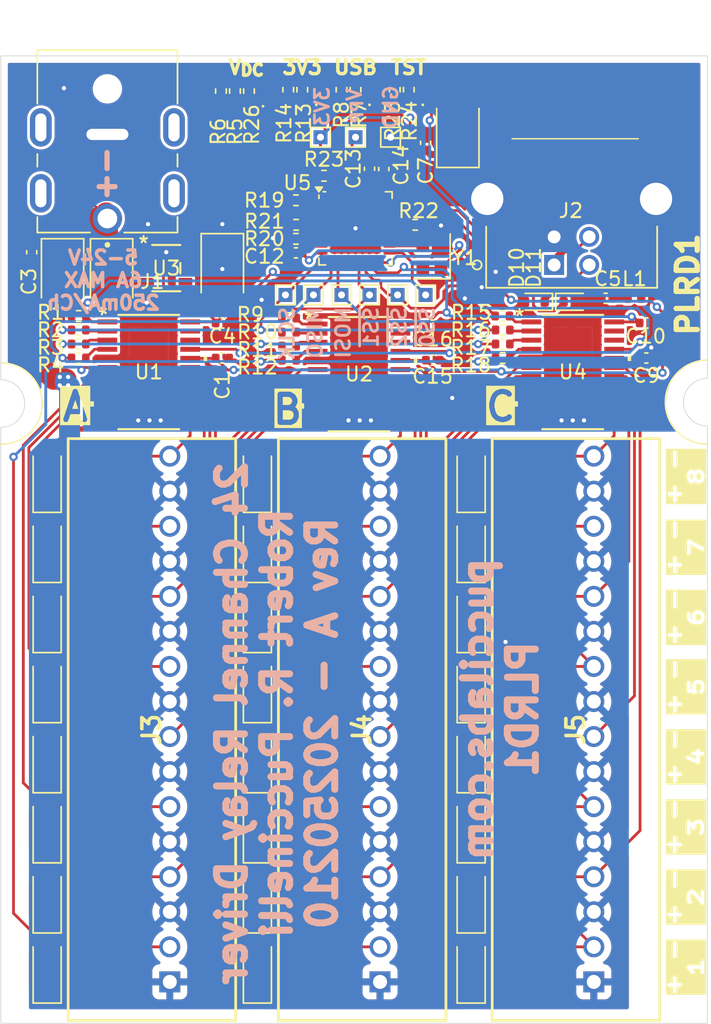
<source format=kicad_pcb>
(kicad_pcb (version 20240108) (generator "pcbnew") (generator_version "8.0")
  (title_block (title "PLRD1 - 24 Channel Relay Driver") (date "2025-02-14") (rev "A") (company "Robert R. Puccinelli"))
  (layers (0 "F.Cu" signal) (31 "B.Cu" signal) (34 "B.Paste" user) (35 "F.Paste" user) (36 "B.SilkS" user "B.Silkscreen") (37 "F.SilkS" user "F.Silkscreen") (38 "B.Mask" user) (39 "F.Mask" user) (44 "Edge.Cuts" user))
  (net 0 "")
  (net 1 "GND")
  (net 2 "VBUS")
  (net 3 "+3V3")
  (net 4 "+24V")
  (net 5 "/DP")
  (net 6 "Net-(D2-A)")
  (net 7 "Net-(D3-A)")
  (net 8 "Net-(D4-A)")
  (net 9 "Net-(D5-A)")
  (net 10 "Net-(D6-A)")
  (net 11 "Net-(D7-A)")
  (net 12 "Net-(D8-A)")
  (net 13 "Net-(D9-A)")
  (net 14 "Net-(D14-A)")
  (net 15 "Net-(D15-A)")
  (net 16 "Net-(D16-A)")
  (net 17 "Net-(D17-A)")
  (net 18 "Net-(D18-A)")
  (net 19 "Net-(D19-A)")
  (net 20 "Net-(D20-A)")
  (net 21 "Net-(D21-A)")
  (net 22 "Net-(D22-A)")
  (net 23 "Net-(D23-A)")
  (net 24 "Net-(D24-A)")
  (net 25 "Net-(D25-A)")
  (net 26 "/DM")
  (net 27 "Net-(D30-K)")
  (net 28 "Net-(D30-A)")
  (net 29 "/~{SS0}")
  (net 30 "Net-(U2-~{SCS})")
  (net 31 "/SCLK")
  (net 32 "Net-(U2-SCLK)")
  (net 33 "/MOSI")
  (net 34 "Net-(U2-SDI)")
  (net 35 "/MISO")
  (net 36 "Net-(U2-SDO)")
  (net 37 "Net-(U4-~{SCS})")
  (net 38 "Net-(U4-SCLK)")
  (net 39 "Net-(U4-SDI)")
  (net 40 "Net-(U4-SDO)")
  (net 41 "Net-(R24-Pad2)")
  (net 42 "/~{SS1}")
  (net 43 "/~{SS2}")
  (net 44 "/~{SLP}")
  (net 57 "Net-(J2-VBUS)")
  (net 58 "Net-(D1-K)")
  (net 59 "Net-(D12-K)")
  (net 60 "Net-(D13-K)")
  (net 61 "Net-(D26-A)")
  (net 62 "Net-(D27-A)")
  (net 63 "Net-(D28-A)")
  (net 64 "Net-(D29-A)")
  (net 65 "Net-(U1-~{SCS})")
  (net 66 "Net-(U1-SCLK)")
  (net 67 "Net-(U1-SDI)")
  (net 68 "Net-(U1-SDO)")
  (net 69 "Net-(R7-Pad2)")
  (net 70 "Net-(R13-Pad2)")
  (net 71 "Net-(U5-DEBUGGER)")
  (net 72 "Net-(U5-DCNF1)")
  (net 73 "Net-(U5-DCNF0)")
  (net 74 "Net-(U5-RREF)")
  (net 75 "Net-(U5-~{SS})")
  (net 76 "Net-(U5-VPP)")
  (net 88 "Net-(U5-XSCI)")
  (footprint "Resistor_SMD:R_0402_1005Metric" (layer "F.Cu") (at 131.9 63.01 -90)
    (property "Reference" "R6")
    (property "Value" "12K")
  )
  (footprint "Capacitor_SMD:C_0402_1005Metric" (layer "F.Cu") (at 132 82.05 180)
    (property "Reference" "C1")
    (property "Value" "100nF")
  )
  (footprint "Capacitor_SMD:C_0402_1005Metric" (layer "F.Cu") (at 162.25 79.55)
    (property "Reference" "C10")
    (property "Value" "100nF")
  )
  (footprint "Diode_SMD:D_SOD-123" (layer "F.Cu") (at 134.5 115.7 90)
    (property "Reference" "D16" (hide yes))
    (property "Value" "MBR0580" (hide yes))
  )
  (footprint "Capacitor_SMD:C_0402_1005Metric" (layer "F.Cu") (at 143.52 68.57 90)
    (property "Reference" "C14")
    (property "Value" "100nF")
  )
  (footprint "LED_SMD:LED_0402_1005Metric" (layer "F.Cu") (at 146.3 62.9 90)
    (property "Reference" "D30" (hide yes))
    (property "Value" "SML-P11UTT86R")
  )
  (footprint "Diode_SMD:D_SOD-123" (layer "F.Cu") (at 149.75 105.7 90)
    (property "Reference" "D26" (hide yes))
    (property "Value" "MBR0580" (hide yes))
  )
  (footprint "Resistor_SMD:R_0402_1005Metric" (layer "F.Cu") (at 132.9 63.01 -90)
    (property "Reference" "R5")
    (property "Value" "12K")
  )
  (footprint "TestPoint:TestPoint_THTPad_1.0x1.0mm_Drill0.5mm" (layer "F.Cu") (at 140.5 77.55 180)
    (property "Reference" "TP5" (hide yes))
    (property "Value" "TestPoint")
  )
  (footprint "Resistor_SMD:R_0402_1005Metric" (layer "F.Cu") (at 136.76 82.2)
    (property "Reference" "R12")
    (property "Value" "470R")
  )
  (footprint "Resistor_SMD:R_0402_1005Metric" (layer "F.Cu") (at 152 80.05)
    (property "Reference" "R16")
    (property "Value" "470R")
  )
  (footprint "Resistor_SMD:R_0402_1005Metric" (layer "F.Cu") (at 144.3 62.91 -90)
    (property "Reference" "R25")
    (property "Value" "470R")
  )
  (footprint "TestPoint:TestPoint_THTPad_1.0x1.0mm_Drill0.5mm" (layer "F.Cu") (at 144.5 77.55 -90)
    (property "Reference" "TP8" (hide yes))
    (property "Value" "TestPoint")
  )
  (footprint "Resistor_SMD:R_0402_1005Metric" (layer "F.Cu") (at 151.97 79.05)
    (property "Reference" "R15")
    (property "Value" "470R")
  )
  (footprint "Custom:1989887" (layer "F.Cu") (at 143.25 126.55 90)
    (property "Reference" "J4")
    (property "Value" "16p Spring Clamp" (hide yes))
  )
  (footprint "LED_SMD:LED_0402_1005Metric" (layer "F.Cu") (at 134.9 63 90)
    (property "Reference" "D1" (hide yes))
    (property "Value" "SML-P11UTT86R")
  )
  (footprint "Resistor_SMD:R_0402_1005Metric" (layer "F.Cu") (at 121.75 80.05)
    (property "Reference" "R2")
    (property "Value" "470R")
  )
  (footprint "Resistor_SMD:R_0402_1005Metric" (layer "F.Cu") (at 137.7 62.91 -90)
    (property "Reference" "R13")
    (property "Value" "470R")
  )
  (footprint "Diode_SMD:D_SOD-523" (layer "F.Cu") (at 157.04325 78.04)
    (property "Reference" "D11")
    (property "Value" "ESD321")
  )
  (footprint "Resistor_SMD:R_0402_1005Metric" (layer "F.Cu") (at 139.25 69.05)
    (property "Reference" "R23")
    (property "Value" "12K 1%")
  )
  (footprint "LED_SMD:LED_0402_1005Metric" (layer "F.Cu") (at 142.5 62.9 90)
    (property "Reference" "D12" (hide yes))
    (property "Value" "SML-P11UTT86R")
  )
  (footprint "Diode_SMD:D_SOD-123" (layer "F.Cu") (at 149.75 115.7 90)
    (property "Reference" "D24" (hide yes))
    (property "Value" "MBR0580")
  )
  (footprint "Capacitor_SMD:C_0402_1005Metric" (layer "F.Cu") (at 159.34325 77.79 180)
    (property "Reference" "C5")
    (property "Value" "100nF")
  )
  (footprint "Resistor_SMD:R_0402_1005Metric" (layer "F.Cu") (at 141.5 62.91 -90)
    (property "Reference" "R7")
    (property "Value" "470R")
  )
  (footprint "Custom:DBV5_TEX" (layer "F.Cu") (at 128 75.6375)
    (property "Reference" "U3")
    (property "Value" "TPS70912DBVR")
  )
  (footprint "TestPoint:TestPoint_THTPad_1.0x1.0mm_Drill0.5mm" (layer "F.Cu") (at 138.5 77.55 180)
    (property "Reference" "TP6" (hide yes))
    (property "Value" "TestPoint")
  )
  (footprint "Diode_SMD:D_SOD-123" (layer "F.Cu") (at 149.75 125.7 90)
    (property "Reference" "D22" (hide yes))
    (property "Value" "MBR0580")
  )
  (footprint "Capacitor_SMD:C_0402_1005Metric" (layer "F.Cu") (at 142.5 68.55 90)
    (property "Reference" "C13")
    (property "Value" "100nF")
  )
  (footprint "Diode_SMD:D_SOD-123" (layer "F.Cu") (at 149.75 90.7 90)
    (property "Reference" "D29" (hide yes))
    (property "Value" "MBR0580")
  )
  (footprint "Custom:1989887" (layer "F.Cu") (at 128.25 126.55 90)
    (property "Reference" "J3")
    (property "Value" "16p Spring Clamp" (hide yes))
  )
  (footprint "Custom:CUI_UJ2-BH-2-TH" (layer "F.Cu") (at 155.67 75.41 180)
    (property "Reference" "J2")
    (property "Value" "UJ2-BH-2-TH")
  )
  (footprint "Capacitor_Tantalum_SMD:CP_EIA-3528-21_Kemet-B" (layer "F.Cu") (at 120.6 76 -90)
    (property "Reference" "C2" (hide yes))
    (property "Value" "4.7uF")
  )
  (footprint "Diode_SMD:D_SOD-123" (layer "F.Cu") (at 134.5 90.7 90)
    (property "Reference" "D21" (hide yes))
    (property "Value" "MBR0580" (hide yes))
  )
  (footprint "Resistor_SMD:R_0402_1005Metric" (layer "F.Cu") (at 136.76 79.2)
    (property "Reference" "R9")
    (property "Value" "470R")
  )
  (footprint "Diode_SMD:D_SOD-123" (layer "F.Cu") (at 134.5 125.7 90)
    (property "Reference" "D14" (hide yes))
    (property "Value" "MBR0580")
  )
  (footprint "Capacitor_Tantalum_SMD:CP_EIA-3528-21_Kemet-B" (layer "F.Cu") (at 124.1 76 -90)
    (property "Reference" "C8" (hide yes))
    (property "Value" "4.7uF")
  )
  (footprint "Resistor_SMD:R_0402_1005Metric" (layer "F.Cu") (at 136.76 81.2)
    (property "Reference" "R11")
    (property "Value" "470R")
  )
  (footprint "Oscillator:Oscillator_SMD_SeikoEpson_SG210-4Pin_2.5x2.0mm" (layer "F.Cu") (at 146.95 74.8 90)
    (property "Reference" "Y1")
    (property "Value" "SG-210STF")
  )
  (footprint "Custom:VQFN-32-1EP_5x5mm_P0.5mm_EP3.1x3.1mm" (layer "F.Cu") (at 141.5 72.8)
    (property "Reference" "U5")
    (property "Value" "FT4222HQ")
  )
  (footprint "Resistor_SMD:R_0402_1005Metric" (layer "F.Cu") (at 152 82.05)
    (property "Reference" "R18")
    (property "Value" "470R")
  )
  (footprint "Inductor_SMD:L_0402_1005Metric" (layer "F.Cu") (at 161.4 77.8 180)
    (property "Reference" "L1")
    (property "Value" "600R/1A")
  )
  (footprint "Resistor_SMD:R_0402_1005Metric" (layer "F.Cu") (at 152 81.05)
    (property "Reference" "R17")
    (property "Value" "470R")
  )
  (footprint "Diode_SMD:D_SOD-123" (layer "F.Cu") (at 119.5 115.7 90)
    (property "Reference" "D4" (hide yes))
    (property "Value" "MBR0580")
  )
  (footprint "TestPoint:TestPoint_THTPad_1.0x1.0mm_Drill0.5mm" (layer "F.Cu") (at 146.5 77.55 180)
    (property "Reference" "TP9" (hide yes))
    (property "Value" "TestPoint")
  )
  (footprint "Diode_SMD:D_SOD-123" (layer "F.Cu") (at 119.5 105.7 90)
    (property "Reference" "D6" (hide yes))
    (property "Value" "MBR0580")
  )
  (footprint "Diode_SMD:D_SOD-123" (layer "F.Cu") (at 149.75 110.7 90)
    (property "Reference" "D25" (hide yes))
    (property "Value" "MBR0580")
  )
  (footprint "Custom:HTSSOP24_PWP-T_TEX" (layer "F.Cu") (at 126.75 83.05)
    (property "Reference" "U1")
    (property "Value" "DRV81008Q")
  )
  (footprint "Diode_SMD:D_SOD-123" (layer "F.Cu") (at 119.5 110.7 90)
    (property "Reference" "D5" (hide yes))
    (property "Value" "MBR0580")
  )
  (footprint "LED_SMD:LED_0402_1005Metric" (layer "F.Cu") (at 138.7 62.9 90)
    (property "Reference" "D13" (hide yes))
    (property "Value" "SML-P11UTT86R")
  )
  (footprint "TestPoint:TestPoint_THTPad_1.0x1.0mm_Drill0.5mm" (layer "F.Cu") (at 139 66.3)
    (property "Reference" "TP1" (hide yes))
    (property "Value" "TestPoint")
  )
  (footprint "TestPoint:TestPoint_THTPad_1.0x1.0mm_Drill0.5mm" (layer "F.Cu") (at 141.5 66.3)
    (property "Reference" "TP3" (hide yes))
    (property "Value" "TestPoint")
  )
  (footprint "Resistor_SMD:R_0402_1005Metric" (layer "F.Cu") (at 121.75 79.05)
    (property "Reference" "R1")
    (property "Value" "470R")
  )
  (footprint "Resistor_SMD:R_0402_1005Metric" (layer "F.Cu") (at 136.76 80.2)
    (property "Reference" "R10")
    (property "Value" "470R")
  )
  (footprint "Diode_SMD:D_SOD-123" (layer "F.Cu") (at 149.75 95.7 90)
    (property "Reference" "D28" (hide yes))
    (property "Value" "MBR0580")
  )
  (footprint "Capacitor_SMD:C_0402_1005Metric" (layer "F.Cu") (at 137.25 74.55 180)
    (property "Reference" "C12")
    (property "Value" "100nF")
  )
  (footprint "Diode_SMD:D_SOD-123" (layer "F.Cu") (at 119.5 125.7 90)
    (property "Reference" "D2" (hide yes))
    (property "Value" "MBR0580")
  )
  (footprint "Resistor_SMD:R_0402_1005Metric" (layer "F.Cu") (at 121.75 82.05)
    (property "Reference" "R4")
    (property "Value" "470R")
  )
  (footprint "Resistor_SMD:R_0402_1005Metric" (layer "F.Cu") (at 145.76 72.55 180)
    (property "Reference" "R22")
    (property "Value" "12K 1%")
  )
  (footprint "Resistor_SMD:R_0402_1005Metric" (layer "F.Cu") (at 145.3 62.91 -90)
    (property "Reference" "R24")
    (property "Value" "470R")
  )
  (footprint "Capacitor_SMD:C_0402_1005Metric" (layer "F.Cu") (at 147 82.2 180)
    (property "Reference" "C15")
    (property "Value" "100nF")
  )
  (footprint "Resistor_SMD:R_0402_1005Metric" (layer "F.Cu") (at 121.75 81.05)
    (property "Reference" "R3")
    (property "Value" "470R")
  )
  (footprint "Custom:1989887" (layer "F.Cu") (at 158.5 126.55 90)
    (property "Reference" "J5")
    (property "Value" "16p Spring Clamp" (hide yes))
  )
  (footprint "Diode_SMD:D_SOD-123" (layer "F.Cu") (at 119.5 90.7 90)
    (property "Reference" "D9" (hide yes))
    (property "Value" "MBR0580" (hide yes))
  )
  (footprint "Diode_SMD:D_SOD-523" (layer "F.Cu") (at 154.29325 78.04 180)
    (property "Reference" "D10")
    (property "Value" "ESD321")
  )
  (footprint "Custom:HTSSOP24_PWP-T_TEX" (layer "F.Cu") (at 141.75 83.2)
    (property "Reference" "U2")
    (property "Value" "DRV81008Q")
  )
  (footprint "Diode_SMD:D_SOD-123" (layer "F.Cu") (at 134.5 110.7 90)
    (property "Reference" "D17" (hide yes))
    (property "Value" "MBR0580")
  )
  (footprint "Diode_SMD:D_SOD-123" (layer "F.Cu") (at 134.5 95.7 90)
    (property "Reference" "D20" (hide yes))
    (property "Value" "MBR0580")
  )
  (footprint "Resistor_SMD:R_0402_1005Metric" (layer "F.Cu") (at 137.26 72.55 180)
    (property "Reference" "R21")
    (property "Value" "12K 1%")
  )
  (footprint "TestPoint:TestPoint_THTPad_1.0x1.0mm_Drill0.5mm" (layer "F.Cu") (at 142.5 77.55 90)
    (property "Reference" "TP7" (hide yes))
    (property "Value" "TestPoint")
  )
  (footprint "Capacitor_SMD:C_0402_1005Metric" (layer "F.Cu") (at 118.4 74.5 90)
    (property "Reference" "C3")
    (property "Value" "100nF")
  )
  (footprint "Capacitor_SMD:C_0402_1005Metric" (layer "F.Cu") (at 147 79.7)
    (property "Reference" "C16")
    (property "Value" "100nF")
  )
  (footprint "TestPoint:TestPoint_THTPad_1.0x1.0mm_Drill0.5mm" (layer "F.Cu") (at 136.5 77.55 180)
    (property "Reference" "TP4" (hide yes))
    (property "Value" "TestPoint")
  )
  (footprint "Capacitor_Tantalum_SMD:CP_EIA-3528-21_Kemet-B" (layer "F.Cu") (at 148.8 66 90)
    (property "Reference" "C6" (hide yes))
    (property "Value" "4.7uF")
  )
  (footprint "Resistor_SMD:R_0402_1005Metric" (layer "F.Cu") (at 136.7 62.91 -90)
    (property "Reference" "R14")
    (property "Value" "470R")
  )
  (footprint "Diode_SMD:D_SOD-123" (layer "F.Cu") (at 119.5 95.7 90)
    (property "Reference" "D8" (hide yes))
    (property "Value" "MBR0580" (hide yes))
  )
  (footprint "Resistor_SMD:R_0402_1005Metric" (layer "F.Cu") (at 137.25 70.8 180)
    (property "Reference" "R19")
    (property "Value" "12K 1%")
  )
  (footprint "Custom:HTSSOP24_PWP-T_TEX" (layer "F.Cu") (at 157 83.05)
    (property "Reference" "U4")
    (property "Value" "DRV81008Q")
  )
  (footprint "Diode_SMD:D_SOD-123" (layer "F.Cu") (at 134.5 100.7 90)
    (property "Reference" "D19" (hide yes))
    (property "Value" "MBR0580")
  )
  (footprint "Resistor_SMD:R_0402_1005Metric" (layer "F.Cu") (at 140.5 62.91 -90)
    (property "Reference" "R8")
    (property "Value" "470R")
  )
  (footprint "Capacitor_Tantalum_SMD:CP_EIA-3528-21_Kemet-B" (layer "F.Cu") (at 132 75.6375 -90)
    (property "Reference" "C11" (hide yes))
    (property "Value" "4.7uF")
  )
  (footprint "Diode_SMD:D_SOD-123" (layer "F.Cu") (at 149.75 120.7 90)
    (property "Reference" "D23" (hide yes))
    (property "Value" "MBR0580")
  )
  (footprint "Diode_SMD:D_SOD-123" (layer "F.Cu") (at 134.5 105.7 90)
    (property "Reference" "D18" (hide yes))
    (property "Value" "MBR0580")
  )
  (footprint "TestPoint:TestPoint_THTPad_1.0x1.0mm_Drill0.5mm" (layer "F.Cu") (at 144 66.3 90)
    (property "Reference" "TP2" (hide yes))
    (property "Value" "TestPoint")
  )
  (footprint "Diode_SMD:D_SOD-123" (layer "F.Cu") (at 149.75 100.7 90)
    (property "Reference" "D27" (hide yes))
    (property "Value" "MBR0580")
  )
  (footprint "Capacitor_SMD:C_0402_1005Metric" (layer "F.Cu") (at 162.25 82.05 180)
    (property "Reference" "C9")
    (property "Value" "100nF")
  )
  (footprint "Diode_SMD:D_SOD-123" (layer "F.Cu") (at 119.5 120.7 90)
    (property "Reference" "D3" (hide yes))
    (property "Value" "MBR0580" (hide yes))
  )
  (footprint "Resistor_SMD:R_0402_1005Metric" (layer "F.Cu") (at 133.9 63.01 -90)
    (property "Reference" "R26")
    (property "Value" "12K")
  )
  (footprint "Capacitor_SMD:C_0402_1005Metric" (layer "F.Cu") (at 132 79.55)
    (property "Reference" "C4")
    (property "Value" "100nF")
  )
  (footprint "Resistor_SMD:R_0402_1005Metric" (layer "F.Cu") (at 137.25 73.55 180)
    (property "Reference" "R20")
    (property "Value" "12K 1%")
  )
  (footprint "Custom:CUI_PJ-082BH" (layer "F.Cu") (at 123.8 62.85 180)
    (property "Reference" "J1")
    (property "Value" "PJ-082BH")
  )
  (footprint "Diode_SMD:D_SOD-123" (layer "F.Cu") (at 119.5 100.7 90)
    (property "Reference" "D7" (hide yes))
    (property "Value" "MBR0580")
  )
  (footprint "Capacitor_SMD:C_0402_1005Metric" (layer "F.Cu") (at 146.5 66.7 90)
    (property "Reference" "C7")
    (property "Value" "100nF")
  )
  (footprint "Diode_SMD:D_SOD-123" (layer "F.Cu") (at 134.5 120.7 90)
    (property "Reference" "D15" (hide yes))
    (property "Value" "MBR0580" (hide yes))
  )
  (gr_arc (start 116.2 82.4) (mid 119.150424 85.30652) (end 116.186962 88.199746) (stroke (width 0.1)) (layer "F.SilkS"))
  (gr_arc (start 166.6 88.2) (mid 163.6 85.2) (end 166.6 82.2) (stroke (width 0.1)) (layer "F.SilkS"))
  (gr_line (start 166.6 129.5) (end 166.6 86.9) (stroke (width 0.05)) (layer "Edge.Cuts"))
  (gr_line (start 116.2 129.5) (end 166.6 129.5) (stroke (width 0.05)) (layer "Edge.Cuts"))
  (gr_line (start 166.6 60.5) (end 116.2 60.5) (stroke (width 0.05)) (layer "Edge.Cuts"))
  (gr_arc (start 166.6 86.9) (mid 164.9 85.2) (end 166.6 83.5) (stroke (width 0.05)) (layer "Edge.Cuts"))
  (gr_line (start 166.6 83.5) (end 166.6 60.5) (stroke (width 0.05)) (layer "Edge.Cuts"))
  (gr_line (start 116.2 87) (end 116.2 129.5) (stroke (width 0.05)) (layer "Edge.Cuts"))
  (gr_arc (start 116.2 83.6) (mid 117.9 85.3) (end 116.2 87) (stroke (width 0.05)) (layer "Edge.Cuts"))
  (gr_line (start 116.2 60.5) (end 116.2 83.6) (stroke (width 0.05)) (layer "Edge.Cuts"))
  (gr_text "+-" (at 123 71 270) (layer "B.SilkS") (effects (font (size 1.5 1.5) (thickness 0.375) (bold yes)) (justify left bottom mirror)))
  (gr_text "puccilabs.com\nPLRD1" (at 154.6 107.1 90) (layer "B.SilkS") (effects (font (size 2 2) (thickness 0.5) (bold yes)) (justify bottom mirror)))
  (gr_text "~{SS2}" (at 145.2 78.3 90) (layer "B.SilkS") (effects (font (size 1 1) (thickness 0.2) (bold yes)) (justify left bottom mirror)))
  (gr_text "~{SS1}" (at 143.2 78.3 90) (layer "B.SilkS") (effects (font (size 1 1) (thickness 0.2) (bold yes)) (justify left bottom mirror)))
  (gr_text "5-24V\n6A MAX\n250mA/Ch\n" (at 123.5 78.7 0) (layer "B.SilkS") (effects (font (size 1 1) (thickness 0.25) (bold yes)) (justify bottom mirror)))
  (gr_text "24 Channel Relay Driver\nRobert R. Puccinelli\nRev A - 20250210" (at 135.9 108.1 90) (layer "B.SilkS") (effects (font (size 2 2) (thickness 0.5) (bold yes)) (justify mirror)))
  (gr_text "~{SS0}" (at 147.2 78.3 90) (layer "B.SilkS") (effects (font (size 1 1) (thickness 0.2) (bold yes)) (justify left bottom mirror)))
  (gr_text "MISO" (at 139.2 78.3 90) (layer "B.SilkS") (effects (font (size 1 1) (thickness 0.2) (bold yes)) (justify left bottom mirror)))
  (gr_text "GND" (at 144.6 62.5 90) (layer "B.SilkS") (effects (font (size 1 1) (thickness 0.2) (bold yes)) (justify left bottom mirror)))
  (gr_text "3V3" (at 139.7 62.6 90) (layer "B.SilkS") (effects (font (size 1 1) (thickness 0.2) (bold yes)) (justify left bottom mirror)))
  (gr_text "SCLK" (at 137.2 78.3 90) (layer "B.SilkS") (effects (font (size 1 1) (thickness 0.2) (bold yes)) (justify left bottom mirror)))
  (gr_text "V_{PP}" (at 142 62.7 90) (layer "B.SilkS") (effects (font (size 1 1) (thickness 0.2) (bold yes)) (justify left bottom mirror)))
  (gr_text "MOSI" (at 141.2 78.3 90) (layer "B.SilkS") (effects (font (size 1 1) (thickness 0.2) (bold yes)) (justify left bottom mirror)))
  (gr_text "A" (at 120.4 86.7 0) (layer "F.SilkS" knockout) (effects (font (size 2 2) (thickness 0.375) (bold yes)) (justify left bottom)))
  (gr_text "V_{DC}" (at 133.7 61.9 0) (layer "F.SilkS") (effects (font (size 1 1) (thickness 0.25) (bold yes)) (justify bottom)))
  (gr_text "C" (at 150.6 86.7 0) (layer "F.SilkS" knockout) (effects (font (size 2 2) (thickness 0.375) (bold yes)) (justify left bottom)))
  (gr_text "PLRD1" (at 165.2 76.8 90) (layer "F.SilkS") (effects (font (size 1.5 1.5) (thickness 0.375) (bold yes))))
  (gr_text "+ -\n8" (at 166.4 90.5 90) (layer "F.SilkS" knockout) (effects (font (size 1 1.25) (thickness 0.25) (bold yes)) (justify bottom)))
  (gr_text "B" (at 135.4 86.9 0) (layer "F.SilkS" knockout) (effects (font (size 2 2) (thickness 0.375) (bold yes)) (justify left bottom)))
  (gr_text "+ -\n3" (at 166.4 115.5 90) (layer "F.SilkS" knockout) (effects (font (size 1 1.25) (thickness 0.375) (bold yes)) (justify bottom)))
  (gr_text "+ -\n6" (at 166.4 100.55 90) (layer "F.SilkS" knockout) (effects (font (size 1 1.25) (thickness 0.25) (bold yes)) (justify bottom)))
  (gr_text "+ -\n4" (at 166.4 110.5 90) (layer "F.SilkS" knockout) (effects (font (size 1 1.25) (thickness 0.25) (bold yes)) (justify bottom)))
  (gr_text "USB" (at 141.5 61.9 0) (layer "F.SilkS") (effects (font (size 1 1) (thickness 0.25) (bold yes)) (justify bottom)))
  (gr_text "+ -\n1" (at 166.4 125.5 90) (layer "F.SilkS" knockout) (effects (font (size 1 1.25) (thickness 0.375) (bold yes)) (justify bottom)))
  (gr_text "+ -\n2" (at 166.4 120.5 90) (layer "F.SilkS" knockout) (effects (font (size 1 1.25) (thickness 0.375) (bold yes)) (justify bottom)))
  (gr_text "+ -\n5" (at 166.4 105.5 90) (layer "F.SilkS" knockout) (effects (font (size 1 1.25) (thickness 0.25) (bold yes)) (justify bottom)))
  (gr_text "TST" (at 145.3 61.9 0) (layer "F.SilkS") (effects (font (size 1 1) (thickness 0.25) (bold yes)) (justify bottom)))
  (gr_text "3V3" (at 137.7 61.9 0) (layer "F.SilkS") (effects (font (size 1 1) (thickness 0.25) (bold yes)) (justify bottom)))
  (gr_text "+ -\n7" (at 166.4 95.55 90) (layer "F.SilkS" knockout) (effects (font (size 1 1.25) (thickness 0.25) (bold yes)) (justify bottom)))
  (segment (start 132.48 79.55) (end 133.15 79.55) (width 0.2) (layer "F.Cu") (net 1))
  (segment (start 133.833827 80.233827) (end 133.15 79.55) (width 0.2) (layer "F.Cu") (net 1))
  (segment (start 138.79725 82.224983) (end 140.774983 82.224983) (width 0.2) (layer "F.Cu") (net 1))
  (segment (start 125.774983 84.025017) (end 126.75 83.05) (width 0.2) (layer "F.Cu") (net 1))
  (segment (start 127.725017 84.025017) (end 126.75 83.05) (width 0.2) (layer "F.Cu") (net 1))
  (segment (start 142.725017 84.175017) (end 141.75 83.2) (width 0.2) (layer "F.Cu") (net 1))
  (segment (start 132.48 82.05) (end 132.73 82.3) (width 0.2) (layer "F.Cu") (net 1))
  (segment (start 154.04725 82.074983) (end 156.024983 82.074983) (width 0.2) (layer "F.Cu") (net 1))
  (segment (start 147.48 82.2) (end 147.58 82.3) (width 0.2) (layer "F.Cu") (net 1))
  (segment (start 132.73 82.3) (end 133.6 82.3) (width 0.2) (layer "F.Cu") (net 1))
  (segment (start 131.7 63.72) (end 131.7 63.7) (width 0.2) (layer "F.Cu") (net 1))
  (segment (start 133.15 79.55) (end 134.8 77.9) (width 0.2) (layer "F.Cu") (net 1))
  (segment (start 129.70275 84.025017) (end 127.725017 84.025017) (width 0.2) (layer "F.Cu") (net 1))
  (segment (start 140.774983 84.175017) (end 141.75 83.2) (width 0.2) (layer "F.Cu") (net 1))
  (segment (start 159.95275 84.025017) (end 157.975017 84.025017) (width 0.2) (layer "F.Cu") (net 1))
  (segment (start 138.79725 84.175017) (end 140.774983 84.175017) (width 0.2) (layer "F.Cu") (net 1))
  (segment (start 123.79725 84.025017) (end 125.774983 84.025017) (width 0.2) (layer "F.Cu") (net 1))
  (segment (start 133.6 82.3) (end 133.833827 82.066173) (width 0.2) (layer "F.Cu") (net 1))
  (segment (start 154.04725 84.025017) (end 156.024983 84.025017) (width 0.2) (layer "F.Cu") (net 1))
  (segment (start 156.024983 84.025017) (end 157 83.05) (width 0.2) (layer "F.Cu") (net 1))
  (segment (start 147.58 82.3) (end 148.8 82.3) (width 0.2) (layer "F.Cu") (net 1))
  (segment (start 133.833827 82.066173) (end 133.833827 80.233827) (width 0.2) (layer "F.Cu") (net 1))
  (segment (start 144.70275 84.175017) (end 142.725017 84.175017) (width 0.2) (layer "F.Cu") (net 1))
  (segment (start 132.7 63.685) (end 132.685 63.685) (width 0.2) (layer "F.Cu") (net 1))
  (segment (start 156.024983 82.074983) (end 157 83.05) (width 0.2) (layer "F.Cu") (net 1))
  (segment (start 157.975017 84.025017) (end 157 83.05) (width 0.2) (layer "F.Cu") (net 1))
  (segment (start 125.774983 82.074983) (end 126.75 83.05) (width 0.2) (layer "F.Cu") (net 1))
  (segment (start 123.79725 82.074983) (end 125.774983 82.074983) (width 0.2) (layer "F.Cu") (net 1))
  (segment (start 140.774983 82.224983) (end 141.75 83.2) (width 0.2) (layer "F.Cu") (net 1))
  (via (at 134.8 77.9) (size 0.6) (drill 0.3) (layers "F.Cu" "B.Cu") (net 1))
  (via (at 132 72.5) (size 0.6) (drill 0.3) (layers "F.Cu" "B.Cu") (net 1))
  (via (at 148.4 84.9) (size 0.6) (drill 0.3) (layers "F.Cu" "B.Cu") (net 1))
  (via (at 142.6 86.5) (size 0.6) (drill 0.3) (layers "F.Cu" "B.Cu") (net 1))
  (via (at 157.8 86.5) (size 0.6) (drill 0.3) (layers "F.Cu" "B.Cu") (net 1))
  (via (at 128 74.5) (size 0.6) (drill 0.3) (layers "F.Cu" "B.Cu") (net 1))
  (via (at 151.5 75.9) (size 0.6) (drill 0.3) (layers "F.Cu" "B.Cu") (net 1))
  (via (at 141.5 72.8) (size 0.6) (drill 0.3) (layers "F.Cu" "B.Cu") (net 1))
  (via (at 157 86.5) (size 0.6) (drill 0.3) (layers "F.Cu" "B.Cu") (net 1))
  (via (at 120.7 62.8) (size 0.6) (drill 0.3) (layers "F.Cu" "B.Cu") (net 1))
  (via (at 126.8 86.5) (size 0.6) (drill 0.3) (layers "F.Cu" "B.Cu") (net 1))
  (via (at 126.7 72.5) (size 0.6) (drill 0.3) (layers "F.Cu" "B.Cu") (net 1))
  (via (at 147.6 72.6) (size 0.6) (drill 0.3) (layers "F.Cu" "B.Cu") (net 1))
  (via (at 156.2 86.5) (size 0.6) (drill 0.3) (layers "F.Cu" "B.Cu") (net 1))
  (via (at 135.6 73.5) (size 0.6) (drill 0.3) (layers "F.Cu" "B.Cu") (net 1))
  (via (at 127.6 86.5) (size 0.6) (drill 0.3) (layers "F.Cu" "B.Cu") (net 1))
  (via (at 126.6 78.1) (size 0.6) (drill 0.3) (layers "F.Cu" "B.Cu") (net 1))
  (via (at 132 75.7) (size 0.6) (drill 0.3) (layers "F.Cu" "B.Cu") (net 1))
  (via (at 150.5 77) (size 0.6) (drill 0.3) (layers "F.Cu" "B.Cu") (net 1))
  (via (at 141.8 86.5) (size 0.6) (drill 0.3) (layers "F.Cu" "B.Cu") (net 1))
  (via (at 149.3 77.8) (size 0.6) (drill 0.3) (layers "F.Cu" "B.Cu") (net 1))
  (via (at 141 86.5) (size 0.6) (drill 0.3) (layers "F.Cu" "B.Cu") (net 1))
  (via (at 126 86.5) (size 0.6) (drill 0.3) (layers "F.Cu" "B.Cu") (net 1))
  (via (at 162.6 81.3) (size 0.6) (drill 0.3) (layers "F.Cu" "B.Cu") (net 1))
  (segment (start 146.143866 64.795337) (end 146.143866 65.64) (width 0.2) (layer "F.Cu") (net 2))
  (segment (start 146.143866 65.64) (end 145.89 65.893866) (width 0.2) (layer "F.Cu") (net 2))
  (segment (start 145.89 65.893866) (end 145.89 66.57) (width 0.2) (layer "F.Cu") (net 2))
  (segment (start 140.7 70.3125) (end 140.7 65.5) (width 0.2) (layer "F.Cu") (net 2))
  (segment (start 140.7 65.5) (end 141.9 64.3) (width 0.2) (layer "F.Cu") (net 2))
  (segment (start 161.885 77.8) (end 161.885 73.5743) (width 0.5) (layer "F.Cu") (net 2))
  (segment (start 155.8482 67.5375) (end 148.8 67.5375) (width 0.5) (layer "F.Cu") (net 2))
  (segment (start 141.9 64.3) (end 143.7 64.3) (width 0.2) (layer "F.Cu") (net 2))
  (segment (start 145.648529 64.3) (end 146.143866 64.795337) (width 0.2) (layer "F.Cu") (net 2))
  (segment (start 148.8 67.5375) (end 146.8575 67.5375) (width 0.5) (layer "F.Cu") (net 2))
  (segment (start 146.8575 67.5375) (end 146.5 67.18) (width 0.5) (layer "F.Cu") (net 2))
  (segment (start 143.7 64.3) (end 145.648529 64.3) (width 0.2) (layer "F.Cu") (net 2))
  (segment (start 145.89 66.57) (end 146.5 67.18) (width 0.2) (layer "F.Cu") (net 2))
  (segment (start 143.12 64.22) (end 143.2 64.3) (width 0.2) (layer "F.Cu") (net 2))
  (segment (start 142.5 62.415) (end 143.12 63.035) (width 0.2) (layer "F.Cu") (net 2))
  (segment (start 143.2 64.3) (end 143.7 64.3) (width 0.2) (layer "F.Cu") (net 2))
  (segment (start 161.885 73.5743) (end 155.8482 67.5375) (width 0.5) (layer "F.Cu") (net 2))
  (segment (start 140.75 70.3625) (end 140.7 70.3125) (width 0.2) (layer "F.Cu") (net 2))
  (segment (start 143.12 63.035) (end 143.12 64.22) (width 0.2) (layer "F.Cu") (net 2))
  (segment (start 139.32 63.035) (end 139.32 65.98) (width 0.2) (layer "F.Cu") (net 3))
  (segment (start 132.37 82.9) (end 131.52 82.05) (width 0.2) (layer "F.Cu") (net 3))
  (segment (start 133.06 75.16) (end 132 74.1) (width 0.2) (layer "F.Cu") (net 3))
  (segment (start 161.745017 82.074983) (end 161.77 82.05) (width 0.2) (layer "F.Cu") (net 3))
  (segment (start 142.5 69.03) (end 142.75 69.28) (width 0.2) (layer "F.Cu") (net 3))
  (segment (start 151.902858 83.002858) (end 147.322858 83.002858) (width 0.2) (layer "F.Cu") (net 3))
  (segment (start 163.4 83.1) (end 162.82 83.1) (width 0.2) (layer "F.Cu") (net 3))
  (segment (start 147.6 75.65) (end 146.3 75.65) (width 0.2) (layer "F.Cu") (net 3))
  (segment (start 137.73 74.55) (end 137.12 75.16) (width 0.2) (layer "F.Cu") (net 3))
  (segment (start 139.32 65.98) (end 139 66.3) (width 0.2) (layer "F.Cu") (net 3))
  (segment (start 162.82 83.1) (end 161.77 82.05) (width 0.2) (layer "F.Cu") (net 3))
  (segment (start 132 74.1) (end 133.44 74.1) (width 0.2) (layer "F.Cu") (net 3))
  (segment (start 129.36525 74.687499) (end 129.952749 74.1) (width 0.5) (layer "F.Cu") (net 3))
  (segment (start 129.70275 82.074983) (end 131.495017 82.074983) (width 0.2) (layer "F.Cu") (net 3))
  (segment (start 143.25 69.55) (end 143.25 70.3625) (width 0.2) (layer "F.Cu") (net 3))
  (segment (start 138.7 62.415) (end 139.32 63.035) (width 0.2) (layer "F.Cu") (net 3))
  (segment (start 142.5 69.03) (end 143.5 69.03) (width 0.2) (layer "F.Cu") (net 3))
  (segment (start 138.74 68.84) (end 139 68.58) (width 0.2) (layer "F.Cu") (net 3))
  (segment (start 145.4 67.535) (end 145.4 64.9) (width 0.2) (layer "F.Cu") (net 3))
  (segment (start 132.8 82.9) (end 132.37 82.9) (width 0.2) (layer "F.Cu") (net 3))
  (segment (start 133.44 74.1) (end 136.74 70.8) (width 0.2) (layer "F.Cu") (net 3))
  (segment (start 138.49 69.05) (end 138.74 69.05) (width 0.2) (layer "F.Cu") (net 3))
  (segment (start 143.52 69.05) (end 143.885 69.05) (width 0.2) (layer "F.Cu") (net 3))
  (segment (start 146.495017 82.224983) (end 146.52 82.2) (width 0.2) (layer "F.Cu") (net 3))
  (segment (start 148.9 74) (end 148.9 74.2) (width 0.2) (layer "F.Cu") (net 3))
  (segment (start 143.5 69.03) (end 143.52 69.05) (width 0.2) (layer "F.Cu") (net 3))
  (segment (start 139 68.58) (end 139 66.3) (width 0.2) (layer "F.Cu") (net 3))
  (segment (start 137.73 74.63) (end 137.73 74.55) (width 0.2) (layer "F.Cu") (net 3))
  (segment (start 142.75 69.28) (end 142.75 70.3625) (width 0.2) (layer "F.Cu") (net 3))
  (segment (start 163.4 78.8) (end 163.4 83.1) (width 0.2) (layer "F.Cu") (net 3))
  (segment (start 131.495017 82.074983) (end 131.52 82.05) (width 0.2) (layer "F.Cu") (net 3))
  (segment (start 143.52 69.28) (end 143.25 69.55) (width 0.2) (layer "F.Cu") (net 3))
  (segment (start 137.73 74.55) (end 138.23 74.05) (width 0.2) (layer "F.Cu") (net 3))
  (segment (start 143.52 69.05) (end 143.52 69.28) (width 0.2) (layer "F.Cu") (net 3))
  (segment (start 138.74 69.05) (end 138.74 68.84) (width 0.2) (layer "F.Cu") (net 3))
  (segment (start 136.75 70.81) (end 136.74 70.8) (width 0.2) (layer "F.Cu") (net 3))
  (segment (start 138.175735 75.075735) (end 137.73 74.63) (width 0.2) (layer "F.Cu") (net 3))
  (segment (start 148.9 74.35) (end 147.6 75.65) (width 0.2) (layer "F.Cu") (net 3))
  (segment (start 137.12 75.16) (end 133.06 75.16) (width 0.2) (layer "F.Cu") (net 3))
  (segment (start 159.95275 82.074983) (end 161.745017 82.074983) (width 0.2) (layer "F.Cu") (net 3))
  (segment (start 136.74 70.8) (end 138.49 69.05) (width 0.2) (layer "F.Cu") (net 3))
  (segment (start 163 78.4) (end 163.4 78.8) (width 0.2) (layer "F.Cu") (net 3))
  (segment (start 129.952749 74.1) (end 132 74.1) (width 0.5) (layer "F.Cu") (net 3))
  (segment (start 136.75 72.55) (end 136.75 70.81) (width 0.2) (layer "F.Cu") (net 3))
  (segment (start 138.23 74.05) (end 139.0625 74.05) (width 0.2) (layer "F.Cu") (net 3))
  (segment (start 143.885 69.05) (end 145.4 67.535) (width 0.2) (layer "F.Cu") (net 3))
  (segment (start 147.322858 83.002858) (end 146.52 82.2) (width 0.2) (layer "F.Cu") (net 3))
  (segment (start 144.70275 82.224983) (end 146.495017 82.224983) (width 0.2) (layer "F.Cu") (net 3))
  (segment (start 148.9 74) (end 148.9 74.35) (width 0.2) (layer "F.Cu") (net 3))
  (segment (start 148.9 74.2) (end 152.6 77.9) (width 0.2) (layer "F.Cu") (net 3))
  (via (at 152.6 77.9) (size 0.6) (drill 0.3) (layers "F.Cu" "B.Cu") (net 3))
  (via (at 132.8 82.9) (size 0.6) (drill 0.3) (layers "F.Cu" "B.Cu") (net 3))
  (via (at 145.4 64.9) (size 0.6) (drill 0.3) (layers "F.Cu" "B.Cu") (net 3))
  (via (at 163 78.4) (size 0.6) (drill 0.3) (layers "F.Cu" "B.Cu") (net 3))
  (via (at 163.4 83.1) (size 0.6) (drill 0.3) (layers "F.Cu" "B.Cu") (net 3))
  (via (at 151.902858 83.002858) (size 0.6) (drill 0.3) (layers "F.Cu" "B.Cu") (net 3))
  (via (at 138.175735 75.075735) (size 0.6) (drill 0.3) (layers "F.Cu" "B.Cu") (net 3))
  (via (at 148.9 74) (size 0.6) (drill 0.3) (layers "F.Cu" "B.Cu") (net 3))
  (segment (start 140.4 64.9) (end 139 66.3) (width 0.2) (layer "B.Cu") (net 3))
  (segment (start 151.8 82.9) (end 151.902858 83.002858) (width 0.2) (layer "B.Cu") (net 3))
  (segment (start 145.4 64.9) (end 140.4 64.9) (width 0.2) (layer "B.Cu") (net 3))
  (segment (start 152 83.1) (end 163.4 83.1) (width 0.2) (layer "B.Cu") (net 3))
  (segment (start 148.5 74.4) (end 138.85147 74.4) (width 0.2) (layer "B.Cu") (net 3))
  (segment (start 151.902858 83.002858) (end 152 83.1) (width 0.2) (layer "B.Cu") (net 3))
  (segment (start 152.7 78) (end 152.6 77.9) (width 0.2) (layer "B.Cu") (net 3))
  (segment (start 162.6 78) (end 152.7 78) (width 0.2) (layer "B.Cu") (net 3))
  (segment (start 138.85147 74.4) (end 138.175735 75.075735) (width 0.2) (layer "B.Cu") (net 3))
  (segment (start 132.8 82.9) (end 151.8 82.9) (width 0.2) (layer "B.Cu") (net 3))
  (segment (start 163 78.4) (end 162.6 78) (width 0.2) (layer "B.Cu") (net 3))
  (segment (start 148.9 74) (end 148.5 74.4) (width 0.2) (layer "B.Cu") (net 3))
  (segment (start 127.6 61.7) (end 124.9 64.4) (width 0.2) (layer "F.Cu") (net 4))
  (segment (start 127.027699 74.687499) (end 126.63475 74.687499) (width 0.2) (layer "F.Cu") (net 4))
  (segment (start 132.956366 78.1375) (end 133.3625 78.1375) (width 0.2) (layer "F.Cu") (net 4))
  (segment (start 144.70275 79.624937) (end 146.444937 79.624937) (width 0.2) (layer "F.Cu") (net 4))
  (segment (start 131.52 79.55) (end 131.52 79.42) (width 0.2) (layer "F.Cu") (net 4))
  (segment (start 161.694937 79.474937) (end 161.77 79.55) (width 0.2) (layer "F.Cu") (net 4))
  (segment (start 118.4 74.98) (end 118.4 76.5125) (width 0.5) (layer "F.Cu") (net 4))
  (segment (start 147.42 78.8) (end 146.52 79.7) (width 0.2) (layer "F.Cu") (net 4))
  (segment (start 131.444937 79.474937) (end 131.52 79.55) (width 0.2) (layer "F.Cu") (net 4))
  (segment (start 123.8 72.1) (end 123.8 74.1625) (width 1.5) (layer "F.Cu") (net 4))
  (segment (start 161.2 79.1) (end 161.32 79.1) (width 0.2) (layer "F.Cu") (net 4))
  (segment (start 127.8 75.4598) (end 127.027699 74.687499) (width 0.2) (layer "F.Cu") (net 4))
  (segment (start 121.3 65.2) (end 121.3 69.6) (width 0.2) (layer "F.Cu") (net 4))
  (segment (start 131.543866 79.55) (end 132.956366 78.1375) (width 0.2) (layer "F.Cu") (net 4))
  (segment (start 129.8 77.7) (end 128.6 77.7) (width 0.2) (layer "F.Cu") (net 4))
  (segment (start 123.8 74.1625) (end 124.1 74.4625) (width 1.5) (layer "F.Cu") (net 4))
  (segment (start 134.9 62.515) (end 134.085 61.7) (width 0.2) (layer "F.Cu") (net 4))
  (segment (start 119.958628 83.558628) (end 120.841373 83.558628) (width 1.5) (layer "F.Cu") (net 4))
  (segment (start 124.9 64.4) (end 122.1 64.4) (width 0.2) (layer "F.Cu") (net 4))
  (segment (start 118.4 76.5125) (end 118.475 76.5875) (width 0.5) (layer "F.Cu") (net 4))
  (segment (start 127.8 76.9) (end 127.8 75.4598) (width 0.2) (layer "F.Cu") (net 4))
  (segment (start 161.32 79.1) (end 161.77 79.55) (width 0.2) (layer "F.Cu") (net 4))
  (segment (start 148 78.8) (end 147.42 78.8) (width 0.2) (layer "F.Cu") (net 4))
  (segment (start 120.6 74.4625) (end 118.475 76.5875) (width 1.5) (layer "F.Cu") (net 4))
  (segment (start 122.1 64.4) (end 121.3 65.2) (width 0.2) (layer "F.Cu") (net 4))
  (segment (start 118.475 82.075) (end 119.958628 83.558628) (width 1.5) (layer "F.Cu") (net 4))
  (segment (start 146.444937 79.624937) (end 146.52 79.7) (width 0.2) (layer "F.Cu") (net 4))
  (segment (start 121.3 69.6) (end 123.8 72.1) (width 0.2) (layer "F.Cu") (net 4))
  (segment (start 159.95275 79.474937) (end 161.694937 79.474937) (width 0.2) (layer "F.Cu") (net 4))
  (segment (start 124.324999 74.687499) (end 124.1 74.4625) (width 0.2) (layer "F.Cu") (net 4))
  (segment (start 129.70275 79.474937) (end 131.444937 79.474937) (width 0.2) (layer "F.Cu") (net 4))
  (segment (start 131.52 79.42) (end 129.8 77.7) (width 0.2) (layer "F.Cu") (net 4))
  (segment (start 134.085 61.7) (end 127.6 61.7) (width 0.2) (layer "F.Cu") (net 4))
  (segment (start 118.475 76.5875) (end 118.475 82.075) (width 1.5) (layer "F.Cu") (net 4))
  (segment (start 133.3625 78.1375) (end 135.6 75.9) (width 0.2) (layer "F.Cu") (net 4))
  (segment (start 126.63475 74.687499) (end 124.324999 74.687499) (width 0.2) (layer "F.Cu") (net 4))
  (segment (start 131.52 79.55) (end 131.543866 79.55) (width 0.2) (layer "F.Cu") (net 4))
  (segment (start 122.9625 72.1) (end 120.6 74.4625) (width 1.5) (layer "F.Cu") (net 4))
  (segment (start 123.8 72.1) (end 122.9625 72.1) (width 1.5) (layer "F.Cu") (net 4))
  (segment (start 123.7 71.7) (end 123.8 71.8) (width 1.5) (layer "F.Cu") (net 4))
  (segment (start 128.6 77.7) (end 127.8 76.9) (width 0.2) (layer "F.Cu") (net 4))
  (via (at 120.4 84) (size 0.6) (drill 0.3) (layers "F.Cu" "B.Cu") (net 4))
  (via (at 161.2 79.1) (size 0.6) (drill 0.3) (layers "F.Cu" "B.Cu") (net 4))
  (via (at 135.6 75.9) (size 0.6) (drill 0.3) (layers "F.Cu" "B.Cu") (net 4))
  (via (at 152.2 102.3) (size 0.6) (drill 0.3) (layers "F.Cu" "B.Cu") (net 4))
  (via (at 121 83.4) (size 0.6) (drill 0.3) (layers "F.Cu" "B.Cu") (net 4))
  (via (at 121 84) (size 0.6) (drill 0.3) (layers "F.Cu" "B.Cu") (net 4))
  (via (at 120.4 83.4) (size 0.6) (drill 0.3) (layers "F.Cu" "B.Cu") (net 4))
  (via (at 148 78.8) (size 0.6) (drill 0.3) (layers "F.Cu" "B.Cu") (net 4))
  (segment (start 147.65 76.15) (end 135.85 76.15) (width 0.2) (layer "B.Cu") (net 4))
  (segment (start 135.85 76.15) (end 135.6 75.9) (width 0.2) (layer "B.Cu") (net 4))
  (segment (start 148 76.5) (end 147.65 76.15) (width 0.2) (layer "B.Cu") (net 4))
  (segment (start 120.792504 83.792504) (end 121 84) (width 1.5) (layer "B.Cu") (net 4))
  (segment (start 150.714214 79.1) (end 161.2 79.1) (width 0.2) (layer "B.Cu") (net 4))
  (segment (start 148 78.8) (end 148 76.5) (width 0.2) (layer "B.Cu") (net 4))
  (segment (start 148 78.8) (end 148.25 79.05) (width 0.2) (layer "B.Cu") (net 4))
  (segment (start 121 84) (end 121.1 84.1) (width 1.5) (layer "B.Cu") (net 4))
  (segment (start 121.1 84.1) (end 121.1 87.7) (width 1.5) (layer "B.Cu") (net 4))
  (segment (start 148.25 79.05) (end 150.664214 79.05) (width 0.2) (layer "B.Cu") (net 4))
  (segment (start 150.664214 79.05) (end 150.714214 79.1) (width 0.2) (layer "B.Cu") (net 4))
  (segment (start 157.156 74.424) (end 157.156 75.858314) (width 0.2) (layer "F.Cu") (net 5))
  (segment (start 157.156 75.858314) (end 154.99325 78.021064) (width 0.2) (layer "F.Cu") (net 5))
  (segment (start 143.9575 71.53) (end 148.83 71.53) (width 0.2) (layer "F.Cu") (net 5))
  (segment (start 143.9375 71.55) (end 143.9575 71.53) (width 0.2) (layer "F.Cu") (net 5))
  (segment (start 154.99325 78.021064) (end 154.99325 78.04) (width 0.2) (layer "F.Cu") (net 5))
  (segment (start 154.99325 77.69325) (end 154.99325 78.04) (width 0.2) (layer "F.Cu") (net 5))
  (segment (start 158.17 73.41) (end 157.156 74.424) (width 0.2) (layer "F.Cu") (net 5))
  (segment (start 148.83 71.53) (end 154.99325 77.69325) (width 0.2) (layer "F.Cu") (net 5))
  (segment (start 117.1 89.1) (end 117.1 121.65) (width 0.2) (layer "F.Cu") (net 6))
  (segment (start 128.25 124.05) (end 119.5 124.05) (width 0.2) (layer "F.Cu") (net 6))
  (segment (start 121.950512 82.9) (end 122.125518 82.724994) (width 0.2) (layer "F.Cu") (net 6))
  (segment (start 122.125518 82.724994) (end 123.79725 82.724994) (width 0.2) (layer "F.Cu") (net 6))
  (segment (start 117.1 121.65) (end 119.5 124.05) (width 0.2) (layer "F.Cu") (net 6))
  (via (at 117.1 89.1) (size 0.6) (drill 0.3) (layers "F.Cu" "B.Cu") (net 6))
  (via (at 121.950512 82.9) (size 0.6) (drill 0.3) (layers "F.Cu" "B.Cu") (net 6))
  (segment (start 121.750512 82.7) (end 119.8 82.7) (width 0.2) (layer "B.Cu") (net 6))
  (segment (start 119.8 82.7) (end 119.4 83.1) (width 0.2) (layer "B.Cu") (net 6))
  (segment (start 119.4 83.1) (end 119.4 86.8) (width 0.2) (layer "B.Cu") (net 6))
  (segment (start 121.950512 82.9) (end 121.750512 82.7) (width 0.2) (layer "B.Cu") (net 6))
  (segment (start 119.4 86.8) (end 117.1 89.1) (width 0.2) (layer "B.Cu") (net 6))
  (segment (start 130.523274 82.724994) (end 131.5076 83.70932) (width 0.2) (layer "F.Cu") (net 7))
  (segment (start 131.5076 83.70932) (end 131.5076 115.7924) (width 0.2) (layer "F.Cu") (net 7))
  (segment (start 131.5076 115.7924) (end 128.25 119.05) (width 0.2) (layer "F.Cu") (net 7))
  (segment (start 129.70275 82.724994) (end 130.523274 82.724994) (width 0.2) (layer "F.Cu") (net 7))
  (segment (start 128.25 119.05) (end 119.5 119.05) (width 0.2) (layer "F.Cu") (net 7))
  (segment (start 117.8 112.35) (end 119.5 114.05) (width 0.2) (layer "F.Cu") (net 8))
  (segment (start 128.25 114.05) (end 119.5 114.05) (width 0.2) (layer "F.Cu") (net 8))
  (segment (start 122.694926 83.375006) (end 117.8 88.269932) (width 0.2) (layer "F.Cu") (net 8))
  (segment (start 117.8 88.269932) (end 117.8 112.35) (width 0.2) (layer "F.Cu") (net 8))
  (segment (start 123.79725 83.375006) (end 122.694926 83.375006) (width 0.2) (layer "F.Cu") (net 8))
  (segment (start 129.70275 83.375006) (end 130.6076 83.375006) (width 0.2) (layer "F.Cu") (net 9))
  (segment (start 131.1076 83.875006) (end 131.1076 106.1924) (width 0.2) (layer "F.Cu") (net 9))
  (segment (start 131.1076 106.1924) (end 128.25 109.05) (width 0.2) (layer "F.Cu") (net 9))
  (segment (start 128.25 109.05) (end 119.5 109.05) (width 0.2) (layer "F.Cu") (net 9))
  (segment (start 130.6076 83.375006) (end 131.1076 83.875006) (width 0.2) (layer "F.Cu") (net 9))
  (segment (start 118.2 102.75) (end 119.5 104.05) (width 0.2) (layer "F.Cu") (net 10))
  (segment (start 128.25 104.05) (end 119.5 104.05) (width 0.2) (layer "F.Cu") (net 10))
  (segment (start 118.2 88.435618) (end 118.2 102.75) (width 0.2) (layer "F.Cu") (net 10))
  (segment (start 121.96059 84.675028) (end 118.2 88.435618) (width 0.2) (layer "F.Cu") (net 10))
  (segment (start 123.79725 84.675028) (end 121.96059 84.675028) (width 0.2) (layer "F.Cu") (net 10))
  (segment (start 129.70275 84.675028) (end 130.6076 84.675028) (width 0.2) (layer "F.Cu") (net 11))
  (segment (start 130.7076 96.5924) (end 128.25 99.05) (width 0.2) (layer "F.Cu") (net 11))
  (segment (start 130.6076 84.675028) (end 130.7076 84.775028) (width 0.2) (layer "F.Cu") (net 11))
  (segment (start 130.7076 84.775028) (end 130.7076 96.5924) (width 0.2) (layer "F.Cu") (net 11))
  (segment (start 128.25 99.05) (end 119.5 99.05) (width 0.2) (layer "F.Cu") (net 11))
  (segment (start 123.79725 86.625063) (end 120.576241 86.625063) (width 0.2) (layer "F.Cu") (net 12))
  (segment (start 119.5 94.05) (end 128.25 94.05) (width 0.2) (layer "F.Cu") (net 12))
  (segment (start 120.576241 86.625063) (end 118.6 88.601304) (width 0.2) (layer "F.Cu") (net 12))
  (segment (start 118.6 93.15) (end 119.5 94.05) (width 0.2) (layer "F.Cu") (net 12))
  (segment (start 118.6 88.601304) (end 118.6 93.15) (width 0.2) (layer "F.Cu") (net 12))
  (segment (start 119.5 89.05) (end 128.25 89.05) (width 0.2) (layer "F.Cu") (net 13))
  (segment (start 129.70275 87.59725) (end 128.25 89.05) (width 0.2) (layer "F.Cu") (net 13))
  (segment (start 129.70275 86.625063) (end 129.70275 87.59725) (width 0.2) (layer "F.Cu") (net 13))
  (segment (start 138.79725 82.874994) (end 137.629253 82.874994) (width 0.2) (layer "F.Cu") (net 14))
  (segment (start 132.2 88.304247) (end 132.2 121.75) (width 0.2) (layer "F.Cu") (net 14))
  (segment (start 143.25 124.05) (end 134.5 124.05) (width 0.2) (layer "F.Cu") (net 14))
  (segment (start 137.629253 82.874994) (end 132.2 88.304247) (width 0.2) (layer "F.Cu") (net 14))
  (segment (start 132.2 121.75) (end 134.5 124.05) (width 0.2) (layer "F.Cu") (net 14))
  (segment (start 146.55 83.817394) (end 146.55 115.75) (width 0.2) (layer "F.Cu") (net 15))
  (segment (start 146.55 115.75) (end 143.25 119.05) (width 0.2) (layer "F.Cu") (net 15))
  (segment (start 144.70275 82.874994) (end 145.6076 82.874994) (width 0.2) (layer "F.Cu") (net 15))
  (segment (start 145.6076 82.874994) (end 146.55 83.817394) (width 0.2) (layer "F.Cu") (net 15))
  (segment (start 143.25 119.05) (end 134.5 119.05) (width 0.2) (layer "F.Cu") (net 15))
  (segment (start 138.79725 83.525006) (end 137.544927 83.525006) (width 0.2) (layer "F.Cu") (net 16))
  (segment (start 132.6 112.15) (end 134.5 114.05) (width 0.2) (layer "F.Cu") (net 16))
  (segment (start 137.544927 83.525006) (end 132.6 88.469933) (width 0.2) (layer "F.Cu") (net 16))
  (segment (start 143.25 114.05) (end 134.5 114.05) (width 0.2) (layer "F.Cu") (net 16))
  (segment (start 132.6 88.469933) (end 132.6 112.15) (width 0.2) (layer "F.Cu") (net 16))
  (segment (start 145.535389 83.525006) (end 146.15 84.139617) (width 0.2) (layer "F.Cu") (net 17))
  (segment (start 144.70275 83.525006) (end 145.535389 83.525006) (width 0.2) (layer "F.Cu") (net 17))
  (segment (start 146.15 84.139617) (end 146.15 106.15) (width 0.2) (layer "F.Cu") (net 17))
  (segment (start 143.25 109.05) (end 134.5 109.05) (width 0.2) (layer "F.Cu") (net 17))
  (segment (start 146.15 106.15) (end 143.25 109.05) (width 0.2) (layer "F.Cu") (net 17))
  (segment (start 133 88.635618) (end 133 102.55) (width 0.2) (layer "F.Cu") (net 18))
  (segment (start 143.25 104.05) (end 134.5 104.05) (width 0.2) (layer "F.Cu") (net 18))
  (segment (start 133 102.55) (end 134.5 104.05) (width 0.2) (layer "F.Cu") (net 18))
  (segment (start 136.81059 84.825028) (end 133 88.635618) (width 0.2) (layer "F.Cu") (net 18))
  (segment (start 138.79725 84.825028) (end 136.81059 84.825028) (width 0.2) (layer "F.Cu") (net 18))
  (segment (start 145.75 96.55) (end 143.25 99.05) (width 0.2) (layer "F.Cu") (net 19))
  (segment (start 143.25 99.05) (end 134.5 99.05) (width 0.2) (layer "F.Cu") (net 19))
  (segment (start 145.6076 84.825028) (end 145.75 84.967428) (width 0.2) (layer "F.Cu") (net 19))
  (segment (start 145.75 84.967428) (end 145.75 96.55) (width 0.2) (layer "F.Cu") (net 19))
  (segment (start 144.70275 84.825028) (end 145.6076 84.825028) (width 0.2) (layer "F.Cu") (net 19))
  (segment (start 143.25 94.05) (end 134.5 94.05) (width 0.2) (layer "F.Cu") (net 20))
  (segment (start 133.6 88.601304) (end 133.6 93.15) (width 0.2) (layer "F.Cu") (net 20))
  (segment (start 135.426241 86.775063) (end 133.6 88.601304) (width 0.2) (layer "F.Cu") (net 20))
  (segment (start 138.79725 86.775063) (end 135.426241 86.775063) (width 0.2) (layer "F.Cu") (net 20))
  (segment (start 133.6 93.15) (end 134.5 94.05) (width 0.2) (layer "F.Cu") (net 20))
  (segment (start 144.70275 87.59725) (end 143.25 89.05) (width 0.2) (layer "F.Cu") (net 21))
  (segment (start 144.70275 86.775063) (end 144.70275 87.59725) (width 0.2) (layer "F.Cu") (net 21))
  (segment (start 143.25 89.05) (end 134.5 89.05) (width 0.2) (layer "F.Cu") (net 21))
  (segment (start 154.04725 82.724994) (end 153.029252 82.724994) (width 0.2) (layer "F.Cu") (net 22))
  (segment (start 150 120.8) (end 155.25 120.8) (width 0.2) (layer "F.Cu") (net 22))
  (segment (start 155.25 120.8) (end 158.5 124.05) (width 0.2) (layer "F.Cu") (net 22))
  (segment (start 158.5 124.05) (end 149.75 124.05) (width 0.2) (layer "F.Cu") (net 22))
  (segment (start 153.029252 82.724994) (end 147.65 88.104246) (width 0.2) (layer "F.Cu") (net 22))
  (segment (start 147.65 118.45) (end 150 120.8) (width 0.2) (layer "F.Cu") (net 22))
  (segment (start 147.65 88.104246) (end 147.65 118.45) (width 0.2) (layer "F.Cu") (net 22))
  (segment (start 161.8 83.823932) (end 161.8 115.75) (width 0.2) (layer "F.Cu") (net 23))
  (segment (start 160.701062 82.724994) (end 161.8 83.823932) (width 0.2) (layer "F.Cu") (net 23))
  (segment (start 159.95275 82.724994) (end 160.701062 82.724994) (width 0.2) (layer "F.Cu") (net 23))
  (segment (start 158.5 119.05) (end 149.75 119.05) (width 0.2) (layer "F.Cu") (net 23))
  (segment (start 161.8 115.75) (end 158.5 119.05) (width 0.2) (layer "F.Cu") (net 23))
  (segment (start 158.5 114.05) (end 149.75 114.05) (width 0.2) (layer "F.Cu") (net 24))
  (segment (start 148.05 88.269932) (end 148.05 108.698696) (width 0.2) (layer "F.Cu") (net 24))
  (segment (start 148.05 108.698696) (end 150.901304 111.55) (width 0.2) (layer "F.Cu") (net 24))
  (segment (start 150.901304 111.55) (end 156 111.55) (width 0.2) (layer "F.Cu") (net 24))
  (segment (start 156 111.55) (end 158.5 114.05) (width 0.2) (layer "F.Cu") (net 24))
  (segment (start 152.944926 83.375006) (end 148.05 88.269932) (width 0.2) (layer "F.Cu") (net 24))
  (segment (start 154.04725 83.375006) (end 152.944926 83.375006) (width 0.2) (layer "F.Cu") (net 24))
  (segment (start 160.785389 83.375006) (end 161.4 83.989617) (width 0.2) (layer "F.Cu") (net 25))
  (segment (start 161.4 83.989617) (end 161.4 106.15) (width 0.2) (layer "F.Cu") (net 25))
  (segment (start 161.4 106.15) (end 158.5 109.05) (width 0.2) (layer "F.Cu") (net 25))
  (segment (start 158.5 109.05) (end 149.75 109.05) (width 0.2) (layer "F.Cu") (net 25))
  (segment (start 159.95275 83.375006) (end 160.785389 83.375006) (width 0.2) (layer "F.Cu") (net 25))
  (segment (start 148.473802 71.93) (end 144.67 71.93) (width 0.2) (layer "F.Cu") (net 26))
  (segment (start 156.34325 78.04) (end 155.69325 78.69) (width 0.2) (layer "F.Cu") (net 26))
  (segment (start 158.17 75.41) (end 156.34325 77.23675) (width 0.2) (layer "F.Cu") (net 26))
  (segment (start 154.19325 77.649448) (end 148.473802 71.93) (width 0.2) (layer "F.Cu") (net 26))
  (segment (start 156.34325 77.23675) (end 156.34325 78.04) (width 0.2) (layer "F.Cu") (net 26))
  (segment (start 154.59 78.69) (end 154.19325 78.29325) (width 0.2) (layer "F.Cu") (net 26))
  (segment (start 144.67 71.93) (end 144.55 72.05) (width 0.2) (layer "F.Cu") (net 26))
  (segment (start 155.69325 78.69) (end 154.59 78.69) (width 0.2) (layer "F.Cu") (net 26))
  (segment (start 144.55 72.05) (end 143.9375 72.05) (width 0.2) (layer "F.Cu") (net 26))
  (segment (start 154.19325 78.29325) (end 154.19325 77.649448) (width 0.2) (layer "F.Cu") (net 26))
  (segment (start 146.285 63.385) (end 145.3 62.4) (width 0.2) (layer "F.Cu") (net 27))
  (segment (start 144 75.2375) (end 143.25 75.2375) (width 0.2) (layer "F.Cu") (net 28))
  (segment (start 146.92 64.98) (end 146.8 65.1) (width 0.2) (layer "F.Cu") (net 28))
  (segment (start 146.92 63.035) (end 146.92 64.98) (width 0.2) (layer "F.Cu") (net 28))
  (segment (start 146.3 62.415) (end 146.92 63.035) (width 0.2) (layer "F.Cu") (net 28))
  (via (at 144 75.2375) (size 0.6) (drill 0.3) (layers "F.Cu" "B.Cu") (net 28))
  (via (at 146.8 65.1) (size 0.6) (drill 0.3) (layers "F.Cu" "B.Cu") (net 28))
  (segment (start 149.5 72.069031) (end 146.8 69.369031) (width 0.2) (layer "B.Cu") (net 28))
  (segment (start 149.5 74.324264) (end 149.5 72.069031) (width 0.2) (layer "B.Cu") (net 28))
  (segment (start 144.4375 74.8) (end 149.024264 74.8) (width 0.2) (layer "B.Cu") (net 28))
  (segment (start 146.8 69.369031) (end 146.8 65.1) (width 0.2) (layer "B.Cu") (net 28))
  (segment (start 144 75.2375) (end 144.4375 74.8) (width 0.2) (layer "B.Cu") (net 28))
  (segment (start 149.024264 74.8) (end 149.5 74.324264) (width 0.2) (layer "B.Cu") (net 28))
  (segment (start 122.19 78.1) (end 121.24 79.05) (width 0.2) (layer "F.Cu") (net 29))
  (segment (start 122.4 78.1) (end 122.19 78.1) (width 0.2) (layer "F.Cu") (net 29))
  (segment (start 143.9375 74.55) (end 144.85 74.55) (width 0.2) (layer "F.Cu") (net 29))
  (segment (start 145.55 75.25) (end 145.55 76.6) (width 0.2) (layer "F.Cu") (net 29))
  (segment (start 144.85 74.55) (end 145.55 75.25) (width 0.2) (layer "F.Cu") (net 29))
  (segment (start 145.55 76.6) (end 146.5 77.55) (width 0.2) (layer "F.Cu") (net 29))
  (via (at 122.4 78.1) (size 0.6) (drill 0.3) (layers "F.Cu" "B.Cu") (net 29))
  (segment (start 123.95 76.55) (end 145.5 76.55) (width 0.2) (layer "B.Cu") (net 29))
  (segment (start 122.4 78.1) (end 123.95 76.55) (width 0.2) (layer "B.Cu") (net 29))
  (segment (start 145.5 76.55) (end 146.5 77.55) (width 0.2) (layer "B.Cu") (net 29))
  (segment (start 138.79725 79.624937) (end 137.694937 79.624937) (width 0.2) (layer "F.Cu") (net 30))
  (segment (start 137.694937 79.624937) (end 137.27 79.2) (width 0.2) (layer "F.Cu") (net 30))
  (segment (start 139.0625 75.0375) (end 136.55 77.55) (width 0.2) (layer "F.Cu") (net 31))
  (segment (start 139.0625 74.55) (end 139.0625 75.0375) (width 0.2) (layer "F.Cu") (net 31))
  (segment (start 136.5 77.55) (end 134.75 79.3) (width 0.2) (layer "F.Cu") (net 31))
  (segment (start 121.24 80.05) (end 120.6 80.05) (width 0.2) (layer "F.Cu") (net 31))
  (segment (start 150.25 80.05) (end 151.49 80.05) (width 0.2) (layer "F.Cu") (net 31))
  (segment (start 136.55 77.55) (end 136.5 77.55) (width 0.2) (layer "F.Cu") (net 31))
  (segment (start 134.75 79.3) (end 134.75 80.05) (width 0.2) (layer "F.Cu") (net 31))
  (segment (start 134.75 80.05) (end 136.1 80.05) (width 0.2) (layer "F.Cu") (net 31))
  (segment (start 136.1 80.05) (end 136.25 80.2) (width 0.2) (layer "F.Cu") (net 31))
  (via (at 120.6 80.05) (size 0.6) (drill 0.3) (layers "F.Cu" "B.Cu") (net 31))
  (via (at 134.75 80.05) (size 0.6) (drill 0.3) (layers "F.Cu" "B.Cu") (net 31))
  (via (at 150.25 80.05) (size 0.6) (drill 0.3) (layers "F.Cu" "B.Cu") (net 31))
  (segment (start 120.6 80.05) (end 134.75 80.05) (width 0.2) (layer "B.Cu") (net 31))
  (segment (start 134.75 80.05) (end 150.25 80.05) (width 0.2) (layer "B.Cu") (net 31))
  (segment (start 137.344949 80.274949) (end 137.27 80.2) (width 0.2) (layer "F.Cu") (net 32))
  (segment (start 138.79725 80.274949) (end 137.344949 80.274949) (width 0.2) (layer "F.Cu") (net 32))
  (segment (start 140.25 77.3) (end 140.5 77.55) (width 0.2) (layer "F.Cu") (net 33))
  (segment (start 150.25 81.05) (end 151.49 81.05) (width 0.2) (layer "F.Cu") (net 33))
  (segment (start 140.25 75.2375) (end 140.25 77.3) (width 0.2) (layer "F.Cu") (net 33))
  (segment (start 134.75 81.05) (end 136.1 81.05) (width 0.2) (layer "F.Cu") (net 33))
  (segment (start 136.1 81.05) (end 136.25 81.2) (width 0.2) (layer "F.Cu") (net 33))
  (segment (start 121.24 81.05) (end 120.6 81.05) (width 0.2) (layer "F.Cu") (net 33))
  (via (at 150.25 81.05) (size 0.6) (drill 0.3) (layers "F.Cu" "B.Cu") (net 33))
  (via (at 134.75 81.05) (size 0.6) (drill 0.3) (layers "F.Cu" "B.Cu") (net 33))
  (via (at 120.6 81.05) (size 0.6) (drill 0.3) (layers "F.Cu" "B.Cu") (net 33))
  (segment (start 120.6 81.05) (end 134.75 81.05) (width 0.2) (layer "B.Cu") (net 33))
  (segment (start 151 80.3) (end 150.25 81.05) (width 0.2) (layer "B.Cu") (net 33))
  (segment (start 142.4 79.45) (end 150.498529 79.45) (width 0.2) (layer "B.Cu") (net 33))
  (segment (start 134.75 81.05) (end 150.25 81.05) (width 0.2) (layer "B.Cu") (net 33))
  (segment (start 151 79.951471) (end 151 80.3) (width 0.2) (layer "B.Cu") (net 33))
  (segment (start 150.498529 79.45) (end 151 79.951471) (width 0.2) (layer "B.Cu") (net 33))
  (segment (start 140.5 77.55) (end 142.4 79.45) (width 0.2) (layer "B.Cu") (net 33))
  (segment (start 138.79725 80.92496) (end 137.54504 80.92496) (width 0.2) (layer "F.Cu") (net 34))
  (segment (start 137.54504 80.92496) (end 137.27 81.2) (width 0.2) (layer "F.Cu") (net 34))
  (segment (start 120.6 82.05) (end 121.24 82.05) (width 0.2) (layer "F.Cu") (net 35))
  (segment (start 150.5 82.05) (end 151.49 82.05) (width 0.2) (layer "F.Cu") (net 35))
  (segment (start 150.25 82.3) (end 150.5 82.05) (width 0.2) (layer "F.Cu") (net 35))
  (segment (start 139.75 76.3) (end 138.5 77.55) (width 0.2) (layer "F.Cu") (net 35))
  (segment (start 134.85 82.2) (end 136.25 82.2) (width 0.2) (layer "F.Cu") (net 35))
  (segment (start 134.75 82.3) (end 134.85 82.2) (width 0.2) (layer "F.Cu") (net 35))
  (segment (start 139.75 75.2375) (end 139.75 76.3) (width 0.2) (layer "F.Cu") (net 35))
  (via (at 120.6 82.05) (size 0.6) (drill 0.3) (layers "F.Cu" "B.Cu") (net 35))
  (via (at 134.75 82.3) (size 0.6) (drill 0.3) (layers "F.Cu" "B.Cu") (net 35))
  (via (at 150.25 82.3) (size 0.6) (drill 0.3) (layers "F.Cu" "B.Cu") (net 35))
  (segment (start 119.8 81.25) (end 119.8 79.8) (width 0.2) (layer "B.Cu") (net 35))
  (segment (start 136.6 79.45) (end 138.5 77.55) (width 0.2) (layer "B.Cu") (net 35))
  (segment (start 120.85 82.3) (end 134.75 82.3) (width 0.2) (layer "B.Cu") (net 35))
  (segment (start 120.15 79.45) (end 136.6 79.45) (width 0.2) (layer "B.Cu") (net 35))
  (segment (start 134.75 82.3) (end 150.25 82.3) (width 0.2) (layer "B.Cu") (net 35))
  (segment (start 119.8 79.8) (end 120.15 79.45) (width 0.2) (layer "B.Cu") (net 35))
  (segment (start 120.6 82.05) (end 119.8 81.25) (width 0.2) (layer "B.Cu") (net 35))
  (segment (start 120.6 82.05) (end 120.85 82.3) (width 0.2) (layer "B.Cu") (net 35))
  (segment (start 137.895028 81.574972) (end 137.27 82.2) (width 0.2) (layer "F.Cu") (net 36))
  (segment (start 138.79725 81.574972) (end 137.895028 81.574972) (width 0.2) (layer "F.Cu") (net 36))
  (segment (start 154.04725 79.474937) (end 152.904937 79.474937) (width 0.2) (layer "F.Cu") (net 37))
  (segment (start 152.904937 79.474937) (end 152.48 79.05) (width 0.2) (layer "F.Cu") (net 37))
  (segment (start 154.04725 80.124949) (end 152.584949 80.124949) (width 0.2) (layer "F.Cu") (net 38))
  (segment (start 152.584949 80.124949) (end 152.51 80.05) (width 0.2) (layer "F.Cu") (net 38))
  (segment (start 152.78504 80.77496) (end 152.51 81.05) (width 0.2) (layer "F.Cu") (net 39))
  (segment (start 154.04725 80.77496) (end 152.78504 80.77496) (width 0.2) (layer "F.Cu") (net 39))
  (segment (start 154.04725 81.424972) (end 153.135028 81.424972) (width 0.2) (layer "F.Cu") (net 40))
  (segment (start 153.135028 81.424972) (end 152.51 82.05) (width 0.2) (layer "F.Cu") (net 40))
  (segment (start 145.3 63.4) (end 144.3 62.4) (width 0.2) (layer "F.Cu") (net 41))
  (segment (start 141.75 76.8) (end 142.5 77.55) (width 0.2) (layer "F.Cu") (net 42))
  (segment (start 136.9 78.55) (end 141.5 78.55) (width 0.2) (layer "F.Cu") (net 42))
  (segment (start 141.5 78.55) (end 142.5 77.55) (width 0.2) (layer "F.Cu") (net 42))
  (segment (start 141.75 75.2375) (end 141.75 76.8) (width 0.2) (layer "F.Cu") (net 42))
  (segment (start 136.25 79.2) (end 136.9 78.55) (width 0.2) (layer "F.Cu") (net 42))
  (segment (start 142.25 75.2375) (end 142.25 75.95) (width 0.2) (layer "F.Cu") (net 43))
  (segment (start 143.85 77.55) (end 144.5 77.55) (width 0.2) (layer "F.Cu") (net 43))
  (segment (start 147.8 77.3) (end 148.2 76.9) (width 0.2) (layer "F.Cu") (net 43))
  (segment (start 145.45 78.5) (end 147.154314 78.5) (width 0.2) (layer "F.Cu") (net 43))
  (segment (start 143.3 76.6) (end 143.3 77) (width 0.2) (layer "F.Cu") (net 43))
  (segment (start 142.8 76.5) (end 143.2 76.5) (width 0.2) (layer "F.Cu") (net 43))
  (segment (start 144.5 77.55) (end 145.45 78.5) (width 0.2) (layer "F.Cu") (net 43))
  (segment (start 149.31 76.9) (end 151.46 79.05) (width 0.2) (layer "F.Cu") (net 43))
  (segment (start 147.8 77.854314) (end 147.8 77.3) (width 0.2) (layer "F.Cu") (net 43))
  (segment (start 143.2 76.5) (end 143.3 76.6) (width 0.2) (layer "F.Cu") (net 43))
  (segment (start 142.25 75.95) (end 142.8 76.5) (width 0.2) (layer "F.Cu") (net 43))
  (segment (start 147.154314 78.5) (end 147.8 77.854314) (width 0.2) (layer "F.Cu") (net 43))
  (segment (start 143.3 77) (end 143.85 77.55) (width 0.2) (layer "F.Cu") (net 43))
  (segment (start 148.2 76.9) (end 149.31 76.9) (width 0.2) (layer "F.Cu") (net 43))
  (segment (start 148.074972 81.574972) (end 144.70275 81.574972) (width 0.2) (layer "F.Cu") (net 44))
  (segment (start 142.75 75.689386) (end 142.75 75.2375) (width 0.2) (layer "F.Cu") (net 44))
  (segment (start 159.95275 81.424972) (end 161.275028 81.424972) (width 0.2) (layer "F.Cu") (net 44))
  (segment (start 133.233827 81.692241) (end 132.966558 81.424972) (width 0.2) (layer "F.Cu") (net 44))
  (segment (start 132.966558 81.424972) (end 129.70275 81.424972) (width 0.2) (layer "F.Cu") (net 44))
  (segment (start 144.95 75.55) (end 144.525 75.975) (width 0.2) (layer "F.Cu") (net 44))
  (segment (start 148.2 81.7) (end 148.074972 81.574972) (width 0.2) (layer "F.Cu") (net 44))
  (segment (start 143.035614 75.975) (end 142.75 75.689386) (width 0.2) (layer "F.Cu") (net 44))
  (segment (start 144.525 75.975) (end 143.035614 75.975) (width 0.2) (layer "F.Cu") (net 44))
  (segment (start 161.275028 81.424972) (end 161.8 80.9) (width 0.2) (layer "F.Cu") (net 44))
  (via (at 161.8 80.9) (size 0.6) (drill 0.3) (layers "F.Cu" "B.Cu") (net 44))
  (via (at 144.95 75.55) (size 0.6) (drill 0.3) (layers "F.Cu" "B.Cu") (net 44))
  (via (at 148.2 81.7) (size 0.6) (drill 0.3) (layers "F.Cu" "B.Cu") (net 44))
  (via (at 133.233827 81.692241) (size 0.6) (drill 0.3) (layers "F.Cu" "B.Cu") (net 44))
  (segment (start 161.8 80.9) (end 161.05 81.65) (width 0.2) (layer "B.Cu") (net 44))
  (segment (start 148.25 81.65) (end 148.2 81.7) (width 0.2) (layer "B.Cu") (net 44))
  (segment (start 161.6 78.5) (end 162.4 79.3) (width 0.2) (layer "B.Cu") (net 44))
  (segment (start 148.05 75.984315) (end 148.4 76.334314) (width 0.2) (layer "B.Cu") (net 44))
  (segment (start 149.1 78.5) (end 161.6 78.5) (width 0.2) (layer "B.Cu") (net 44))
  (segment (start 162.4 80.3) (end 161.8 80.9) (width 0.2) (layer "B.Cu") (net 44))
  (segment (start 144.95 75.55) (end 145.15 75.75) (width 0.2) (layer "B.Cu") (net 44))
  (segment (start 148.4 77.8) (end 149.1 78.5) (width 0.2) (layer "B.Cu") (net 44))
  (segment (start 133.241586 81.7) (end 133.233827 81.692241) (width 0.2) (layer "B.Cu") (net 44))
  (segment (start 148.2 81.7) (end 133.241586 81.7) (width 0.2) (layer "B.Cu") (net 44))
  (segment (start 161.05 81.65) (end 148.25 81.65) (width 0.2) (layer "B.Cu") (net 44))
  (segment (start 148.4 76.334314) (end 148.4 77.8) (width 0.2) (layer "B.Cu") (net 44))
  (segment (start 162.4 79.3) (end 162.4 80.3) (width 0.2) (layer "B.Cu") (net 44))
  (segment (start 147.815686 75.75) (end 148.05 75.984315) (width 0.2) (layer "B.Cu") (net 44))
  (segment (start 145.15 75.75) (end 147.815686 75.75) (width 0.2) (layer "B.Cu") (net 44))
  (segment (start 159.56675 72.246) (end 159.82325 72.5025) (width 0.5) (layer "F.Cu") (net 57))
  (segment (start 155.67 75.41) (end 155.67 75.056145) (width 0.5) (layer "F.Cu") (net 57))
  (segment (start 157.006 72.64475) (end 157.40475 72.246) (width 0.5) (layer "F.Cu") (net 57))
  (segment (start 160.905 77.79) (end 160.915 77.8) (width 0.5) (layer "F.Cu") (net 57))
  (segment (start 159.82325 77.79) (end 160.905 77.79) (width 0.5) (layer "F.Cu") (net 57))
  (segment (start 157.40475 72.246) (end 159.56675 72.246) (width 0.5) (layer "F.Cu") (net 57))
  (segment (start 157.006 73.720145) (end 157.006 72.64475) (width 0.5) (layer "F.Cu") (net 57))
  (segment (start 159.82325 72.5025) (end 159.82325 77.79) (width 0.5) (layer "F.Cu") (net 57))
  (segment (start 155.67 75.056145) (end 157.006 73.720145) (width 0.5) (layer "F.Cu") (net 57))
  (segment (start 134.7 63.72) (end 134.7 63.7) (width 0.2) (layer "F.Cu") (net 58))
  (segment (start 134.885 63.485) (end 133.9 62.5) (width 0.2) (layer "F.Cu") (net 58))
  (segment (start 131.9 62.5) (end 133.9 62.5) (width 0.2) (layer "F.Cu") (net 58))
  (segment (start 131.9 62.5) (end 132.9 62.5) (width 0.2) (layer "F.Cu") (net 58))
  (segment (start 142.485 63.385) (end 141.5 62.4) (width 0.2) (layer "F.Cu") (net 59))
  (segment (start 138.685 63.385) (end 137.7 62.4) (width 0.2) (layer "F.Cu") (net 60))
  (segment (start 154.04725 84.675028) (end 152.21059 84.675028) (width 0.2) (layer "F.Cu") (net 61))
  (segment (start 152.21059 84.675028) (end 148.45 88.435618) (width 0.2) (layer "F.Cu") (net 61))
  (segment (start 148.45 100) (end 149.25 100.8) (width 0.2) (layer "F.Cu") (net 61))
  (segment (start 155.25 100.8) (end 158.5 104.05) (width 0.2) (layer "F.Cu") (net 61))
  (segment (start 158.5 104.05) (end 149.75 104.05) (width 0.2) (layer "F.Cu") (net 61))
  (segment (start 148.45 88.435618) (end 148.45 100) (width 0.2) (layer "F.Cu") (net 61))
  (segment (start 149.25 100.8) (end 155.25 100.8) (width 0.2) (layer "F.Cu") (net 61))
  (segment (start 161 84.817428) (end 161 96.55) (width 0.2) (layer "F.Cu") (net 62))
  (segment (start 158.5 99.05) (end 149.75 99.05) (width 0.2) (layer "F.Cu") (net 62))
  (segment (start 160.8576 84.675028) (end 161 84.817428) (width 0.2) (layer "F.Cu") (net 62))
  (segment (start 159.95275 84.675028) (end 160.8576 84.675028) (width 0.2) (layer "F.Cu") (net 62))
  (segment (start 161 96.55) (end 158.5 99.05) (width 0.2) (layer "F.Cu") (net 62))
  (segment (start 158.5 94.05) (end 149.75 94.05) (width 0.2) (layer "F.Cu") (net 63))
  (segment (start 148.85 88.601304) (end 148.85 93.15) (width 0.2) (layer "F.Cu") (net 63))
  (segment (start 154.04725 86.625063) (end 150.826241 86.625063) (width 0.2) (layer "F.Cu") (net 63))
  (segment (start 148.85 93.15) (end 149.75 94.05) (width 0.2) (layer "F.Cu") (net 63))
  (segment (start 150.826241 86.625063) (end 148.85 88.601304) (width 0.2) (layer "F.Cu") (net 63))
  (segment (start 159.95275 87.59725) (end 158.5 89.05) (width 0.2) (layer "F.Cu") (net 64))
  (segment (start 159.95275 86.625063) (end 159.95275 87.59725) (width 0.2) (layer "F.Cu") (net 64))
  (segment (start 158.5 89.05) (end 149.75 89.05) (width 0.2) (layer "F.Cu") (net 64))
  (segment (start 122.684937 79.474937) (end 122.26 79.05) (width 0.2) (layer "F.Cu") (net 65))
  (segment (start 123.79725 79.474937) (end 122.684937 79.474937) (width 0.2) (layer "F.Cu") (net 65))
  (segment (start 123.79725 80.124949) (end 122.334949 80.124949) (width 0.2) (layer "F.Cu") (net 66))
  (segment (start 122.334949 80.124949) (end 122.26 80.05) (width 0.2) (layer "F.Cu") (net 66))
  (segment (start 123.79725 80.77496) (end 122.53504 80.77496) (width 0.2) (layer "F.Cu") (net 67))
  (segment (start 122.53504 80.77496) (end 122.26 81.05) (width 0.2) (layer "F.Cu") (net 67))
  (segment (start 122.885028 81.424972) (end 122.26 82.05) (width 0.2) (layer "F.Cu") (net 68))
  (segment (start 123.79725 81.424972) (end 122.885028 81.424972) (width 0.2) (layer "F.Cu") (net 68))
  (segment (start 141.5 63.4) (end 140.5 62.4) (width 0.2) (layer "F.Cu") (net 69))
  (segment (start 137.7 63.4) (end 136.7 62.4) (width 0.2) (layer "F.Cu") (net 70))
  (segment (start 139.0625 71.55) (end 139.0625 72.05) (width 0.2) (layer "F.Cu") (net 71))
  (segment (start 138.8125 70.8) (end 139.0625 71.05) (width 0.2) (layer "F.Cu") (net 71))
  (segment (start 139.0625 71.05) (end 139.0625 71.55) (width 0.2) (layer "F.Cu") (net 71))
  (segment (start 137.76 70.8) (end 138.8125 70.8) (width 0.2) (layer "F.Cu") (net 71))
  (segment (start 137.76 73.55) (end 138.26 73.05) (width 0.2) (layer "F.Cu") (net 72))
  (segment (start 138.26 73.05) (end 139.0625 73.05) (width 0.2) (layer "F.Cu") (net 72))
  (segment (start 137.77 72.55) (end 139.0625 72.55) (width 0.2) (layer "F.Cu") (net 73))
  (segment (start 145.25 72.55) (end 143.9375 72.55) (width 0.2) (layer "F.Cu") (net 74))
  (segment (start 139.76 69.05) (end 139.76 70.3525) (width 0.2) (layer "F.Cu") (net 75))
  (segment (start 139.76 70.3525) (end 139.75 70.3625) (width 0.2) (layer "F.Cu") (net 75))
  (segment (start 141.25 66.8) (end 141.25 70.3625) (width 0.2) (layer "F.Cu") (net 76))
  (segment (start 141.5 66.3) (end 141.5 66.55) (width 0.2) (layer "F.Cu") (net 76))
  (segment (start 141.5 66.55) (end 141.25 66.8) (width 0.2) (layer "F.Cu") (net 76))
  (segment (start 143.9375 74.05) (end 146.2 74.05) (width 0.2) (layer "F.Cu") (net 88))
  (segment (start 146.2 74.05) (end 146.3 73.95) (width 0.2) (layer "F.Cu") (net 88))
  (zone (net 1) (net_name "GND") (layers "F&B.Cu") (priority 2) (connect_pads (clearance 0.2)) (min_thickness 0.2) (fill yes (thermal_gap 0) (thermal_bridge_width 0.5))
    (polygon (pts (xy 116.2 60.5) (xy 166.6 60.5) (xy 166.6 87.3) (xy 161.6 87.3) (xy 117.8 87.3) (xy 116.2 87.3)))
  )
  (zone (net 0) (net_name "") (layers "F&B.Cu") (connect_pads (clearance 0)) (min_thickness 0.25)
    (keepout (tracks not_allowed) (vias not_allowed) (pads not_allowed) (copperpour not_allowed) (footprints allowed))
    (fill (thermal_gap 0.5) (thermal_bridge_width 0.5))
    (polygon (pts (xy 116.2 88.2) (xy 116.2 82.4) (xy 117.1 82.5) (xy 117.9 82.9) (xy 118.7 83.7) (xy 119 84.4) (xy 119.2 85.3) (xy 119 86.3) (xy 118.5 87.1) (xy 117.9 87.7) (xy 117.1 88.1)))
  )
  (zone (net 0) (net_name "") (layers "F&B.Cu") (connect_pads (clearance 0)) (min_thickness 0.25)
    (keepout (tracks not_allowed) (vias not_allowed) (pads not_allowed) (copperpour not_allowed) (footprints allowed))
    (fill (thermal_gap 0.5) (thermal_bridge_width 0.5))
    (polygon (pts (xy 166.6 88.2) (xy 166.6 82.2) (xy 165.4 82.4) (xy 164.5 83.1) (xy 164 83.7) (xy 163.7 84.6) (xy 163.6 85.5) (xy 163.9 86.5) (xy 164.4 87.2) (xy 165 87.7) (xy 165.8 88.1)))
  )
  (zone (net 4) (net_name "+24V") (layers "F&B.Cu") (connect_pads (clearance 0.5)) (min_thickness 0.25) (fill yes (thermal_gap 0.5) (thermal_bridge_width 0.5))
    (polygon (pts (xy 118.2 87.7) (xy 118.2 128.5) (xy 161 128.5) (xy 161 87.7)))
  )
)
</source>
